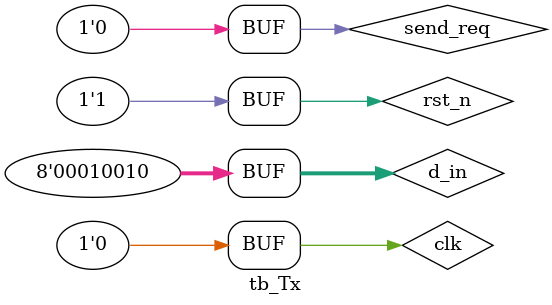
<source format=v>
`timescale 10ps/1ps

module tb_Tx();

    reg clk, rst_n, send_req;
    wire enable;
    reg [7:0] d_in;
    wire tx_ready;
    wire Tx;

    clk_div #(
        .DIV_VAL(10),
        .DIV_POS(9)
    ) gen_sample_tick (
        .clk(clk),
        .rst_n(rst_n),
        .enable(1),
        .tick(enable),
        .clear(0)
    );

    Tx #(
        .SAMPLE(16)
        ) duv (
        .clk(clk),
        .rst_n(rst_n),
        .enable(enable),
        .send_req(send_req),
        .d_in(d_in),
        .tx_ready(tx_ready),
        .Tx(Tx)
    );

    initial begin
        clk = 0;
        repeat(10000) #10 clk = ~clk;
    end

    initial begin
        rst_n = 1;
        #10 rst_n = 0;
	    #20 rst_n = 1;
    end

    initial begin
        #50 d_in = 8'b10011010;
        send_req = 1;
        #20 send_req = 0;
        #40000;
        #40 d_in = 8'b00010010;
        #40 send_req = 1;
        #20 send_req = 0;
        #40000;
    end

endmodule
</source>
